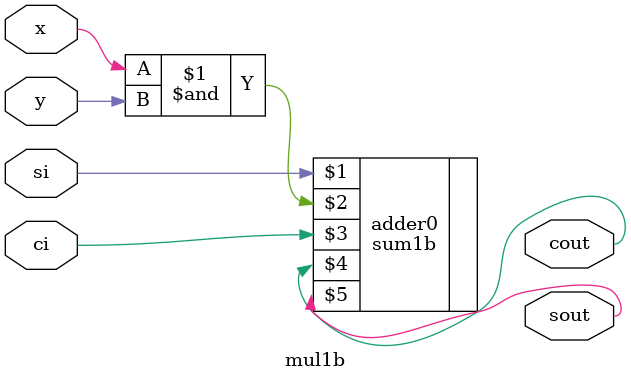
<source format=v>
/*
 * Antonio Aguilar
 * Multiplicador de 1 bit
*/

module mul1b(input x, y, si, ci, output cout, sout);
	sum1b adder0 (si, (x & y), ci, cout, sout);
endmodule

</source>
